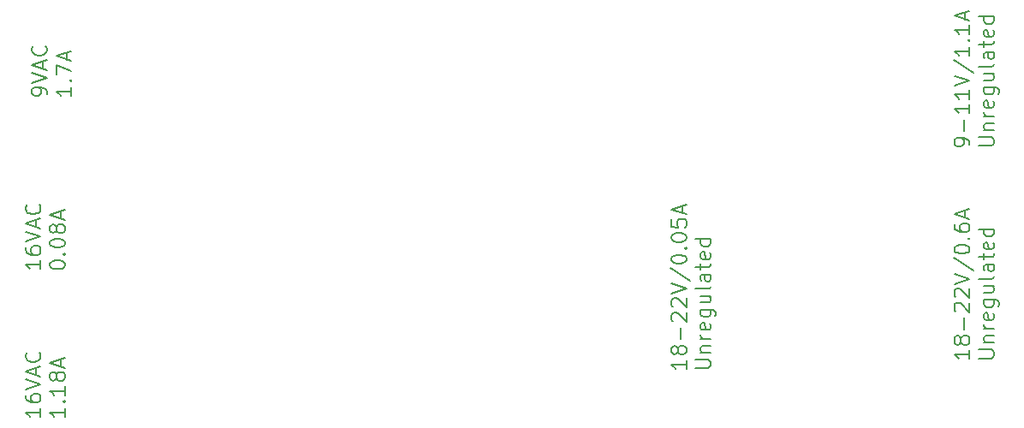
<source format=gbr>
G04 #@! TF.GenerationSoftware,KiCad,Pcbnew,(6.0.0)*
G04 #@! TF.CreationDate,2022-10-04T00:24:46+02:00*
G04 #@! TF.ProjectId,Input_filter,496e7075-745f-4666-996c-7465722e6b69,rev?*
G04 #@! TF.SameCoordinates,Original*
G04 #@! TF.FileFunction,Other,User*
%FSLAX46Y46*%
G04 Gerber Fmt 4.6, Leading zero omitted, Abs format (unit mm)*
G04 Created by KiCad (PCBNEW (6.0.0)) date 2022-10-04 00:24:46*
%MOMM*%
%LPD*%
G01*
G04 APERTURE LIST*
%ADD10C,0.200000*%
G04 APERTURE END LIST*
D10*
X195471071Y-98441428D02*
X195471071Y-98155714D01*
X195399642Y-98012857D01*
X195328214Y-97941428D01*
X195113928Y-97798571D01*
X194828214Y-97727142D01*
X194256785Y-97727142D01*
X194113928Y-97798571D01*
X194042500Y-97870000D01*
X193971071Y-98012857D01*
X193971071Y-98298571D01*
X194042500Y-98441428D01*
X194113928Y-98512857D01*
X194256785Y-98584285D01*
X194613928Y-98584285D01*
X194756785Y-98512857D01*
X194828214Y-98441428D01*
X194899642Y-98298571D01*
X194899642Y-98012857D01*
X194828214Y-97870000D01*
X194756785Y-97798571D01*
X194613928Y-97727142D01*
X194899642Y-97084285D02*
X194899642Y-95941428D01*
X195471071Y-94441428D02*
X195471071Y-95298571D01*
X195471071Y-94870000D02*
X193971071Y-94870000D01*
X194185357Y-95012857D01*
X194328214Y-95155714D01*
X194399642Y-95298571D01*
X195471071Y-93012857D02*
X195471071Y-93870000D01*
X195471071Y-93441428D02*
X193971071Y-93441428D01*
X194185357Y-93584285D01*
X194328214Y-93727142D01*
X194399642Y-93870000D01*
X193971071Y-92584285D02*
X195471071Y-92084285D01*
X193971071Y-91584285D01*
X193899642Y-90012857D02*
X195828214Y-91298571D01*
X195471071Y-88727142D02*
X195471071Y-89584285D01*
X195471071Y-89155714D02*
X193971071Y-89155714D01*
X194185357Y-89298571D01*
X194328214Y-89441428D01*
X194399642Y-89584285D01*
X195328214Y-88084285D02*
X195399642Y-88012857D01*
X195471071Y-88084285D01*
X195399642Y-88155714D01*
X195328214Y-88084285D01*
X195471071Y-88084285D01*
X195471071Y-86584285D02*
X195471071Y-87441428D01*
X195471071Y-87012857D02*
X193971071Y-87012857D01*
X194185357Y-87155714D01*
X194328214Y-87298571D01*
X194399642Y-87441428D01*
X195042500Y-86012857D02*
X195042500Y-85298571D01*
X195471071Y-86155714D02*
X193971071Y-85655714D01*
X195471071Y-85155714D01*
X196386071Y-98512857D02*
X197600357Y-98512857D01*
X197743214Y-98441428D01*
X197814642Y-98370000D01*
X197886071Y-98227142D01*
X197886071Y-97941428D01*
X197814642Y-97798571D01*
X197743214Y-97727142D01*
X197600357Y-97655714D01*
X196386071Y-97655714D01*
X196886071Y-96941428D02*
X197886071Y-96941428D01*
X197028928Y-96941428D02*
X196957500Y-96870000D01*
X196886071Y-96727142D01*
X196886071Y-96512857D01*
X196957500Y-96370000D01*
X197100357Y-96298571D01*
X197886071Y-96298571D01*
X197886071Y-95584285D02*
X196886071Y-95584285D01*
X197171785Y-95584285D02*
X197028928Y-95512857D01*
X196957500Y-95441428D01*
X196886071Y-95298571D01*
X196886071Y-95155714D01*
X197814642Y-94084285D02*
X197886071Y-94227142D01*
X197886071Y-94512857D01*
X197814642Y-94655714D01*
X197671785Y-94727142D01*
X197100357Y-94727142D01*
X196957500Y-94655714D01*
X196886071Y-94512857D01*
X196886071Y-94227142D01*
X196957500Y-94084285D01*
X197100357Y-94012857D01*
X197243214Y-94012857D01*
X197386071Y-94727142D01*
X196886071Y-92727142D02*
X198100357Y-92727142D01*
X198243214Y-92798571D01*
X198314642Y-92870000D01*
X198386071Y-93012857D01*
X198386071Y-93227142D01*
X198314642Y-93370000D01*
X197814642Y-92727142D02*
X197886071Y-92870000D01*
X197886071Y-93155714D01*
X197814642Y-93298571D01*
X197743214Y-93370000D01*
X197600357Y-93441428D01*
X197171785Y-93441428D01*
X197028928Y-93370000D01*
X196957500Y-93298571D01*
X196886071Y-93155714D01*
X196886071Y-92870000D01*
X196957500Y-92727142D01*
X196886071Y-91370000D02*
X197886071Y-91370000D01*
X196886071Y-92012857D02*
X197671785Y-92012857D01*
X197814642Y-91941428D01*
X197886071Y-91798571D01*
X197886071Y-91584285D01*
X197814642Y-91441428D01*
X197743214Y-91370000D01*
X197886071Y-90441428D02*
X197814642Y-90584285D01*
X197671785Y-90655714D01*
X196386071Y-90655714D01*
X197886071Y-89227142D02*
X197100357Y-89227142D01*
X196957500Y-89298571D01*
X196886071Y-89441428D01*
X196886071Y-89727142D01*
X196957500Y-89870000D01*
X197814642Y-89227142D02*
X197886071Y-89370000D01*
X197886071Y-89727142D01*
X197814642Y-89870000D01*
X197671785Y-89941428D01*
X197528928Y-89941428D01*
X197386071Y-89870000D01*
X197314642Y-89727142D01*
X197314642Y-89370000D01*
X197243214Y-89227142D01*
X196886071Y-88727142D02*
X196886071Y-88155714D01*
X196386071Y-88512857D02*
X197671785Y-88512857D01*
X197814642Y-88441428D01*
X197886071Y-88298571D01*
X197886071Y-88155714D01*
X197814642Y-87084285D02*
X197886071Y-87227142D01*
X197886071Y-87512857D01*
X197814642Y-87655714D01*
X197671785Y-87727142D01*
X197100357Y-87727142D01*
X196957500Y-87655714D01*
X196886071Y-87512857D01*
X196886071Y-87227142D01*
X196957500Y-87084285D01*
X197100357Y-87012857D01*
X197243214Y-87012857D01*
X197386071Y-87727142D01*
X197886071Y-85727142D02*
X196386071Y-85727142D01*
X197814642Y-85727142D02*
X197886071Y-85870000D01*
X197886071Y-86155714D01*
X197814642Y-86298571D01*
X197743214Y-86370000D01*
X197600357Y-86441428D01*
X197171785Y-86441428D01*
X197028928Y-86370000D01*
X196957500Y-86298571D01*
X196886071Y-86155714D01*
X196886071Y-85870000D01*
X196957500Y-85727142D01*
X167471071Y-119727142D02*
X167471071Y-120584285D01*
X167471071Y-120155714D02*
X165971071Y-120155714D01*
X166185357Y-120298571D01*
X166328214Y-120441428D01*
X166399642Y-120584285D01*
X166613928Y-118870000D02*
X166542500Y-119012857D01*
X166471071Y-119084285D01*
X166328214Y-119155714D01*
X166256785Y-119155714D01*
X166113928Y-119084285D01*
X166042500Y-119012857D01*
X165971071Y-118870000D01*
X165971071Y-118584285D01*
X166042500Y-118441428D01*
X166113928Y-118370000D01*
X166256785Y-118298571D01*
X166328214Y-118298571D01*
X166471071Y-118370000D01*
X166542500Y-118441428D01*
X166613928Y-118584285D01*
X166613928Y-118870000D01*
X166685357Y-119012857D01*
X166756785Y-119084285D01*
X166899642Y-119155714D01*
X167185357Y-119155714D01*
X167328214Y-119084285D01*
X167399642Y-119012857D01*
X167471071Y-118870000D01*
X167471071Y-118584285D01*
X167399642Y-118441428D01*
X167328214Y-118370000D01*
X167185357Y-118298571D01*
X166899642Y-118298571D01*
X166756785Y-118370000D01*
X166685357Y-118441428D01*
X166613928Y-118584285D01*
X166899642Y-117655714D02*
X166899642Y-116512857D01*
X166113928Y-115870000D02*
X166042500Y-115798571D01*
X165971071Y-115655714D01*
X165971071Y-115298571D01*
X166042500Y-115155714D01*
X166113928Y-115084285D01*
X166256785Y-115012857D01*
X166399642Y-115012857D01*
X166613928Y-115084285D01*
X167471071Y-115941428D01*
X167471071Y-115012857D01*
X166113928Y-114441428D02*
X166042500Y-114370000D01*
X165971071Y-114227142D01*
X165971071Y-113870000D01*
X166042500Y-113727142D01*
X166113928Y-113655714D01*
X166256785Y-113584285D01*
X166399642Y-113584285D01*
X166613928Y-113655714D01*
X167471071Y-114512857D01*
X167471071Y-113584285D01*
X165971071Y-113155714D02*
X167471071Y-112655714D01*
X165971071Y-112155714D01*
X165899642Y-110584285D02*
X167828214Y-111870000D01*
X165971071Y-109798571D02*
X165971071Y-109655714D01*
X166042500Y-109512857D01*
X166113928Y-109441428D01*
X166256785Y-109370000D01*
X166542500Y-109298571D01*
X166899642Y-109298571D01*
X167185357Y-109370000D01*
X167328214Y-109441428D01*
X167399642Y-109512857D01*
X167471071Y-109655714D01*
X167471071Y-109798571D01*
X167399642Y-109941428D01*
X167328214Y-110012857D01*
X167185357Y-110084285D01*
X166899642Y-110155714D01*
X166542500Y-110155714D01*
X166256785Y-110084285D01*
X166113928Y-110012857D01*
X166042500Y-109941428D01*
X165971071Y-109798571D01*
X167328214Y-108655714D02*
X167399642Y-108584285D01*
X167471071Y-108655714D01*
X167399642Y-108727142D01*
X167328214Y-108655714D01*
X167471071Y-108655714D01*
X165971071Y-107655714D02*
X165971071Y-107512857D01*
X166042500Y-107370000D01*
X166113928Y-107298571D01*
X166256785Y-107227142D01*
X166542500Y-107155714D01*
X166899642Y-107155714D01*
X167185357Y-107227142D01*
X167328214Y-107298571D01*
X167399642Y-107370000D01*
X167471071Y-107512857D01*
X167471071Y-107655714D01*
X167399642Y-107798571D01*
X167328214Y-107870000D01*
X167185357Y-107941428D01*
X166899642Y-108012857D01*
X166542500Y-108012857D01*
X166256785Y-107941428D01*
X166113928Y-107870000D01*
X166042500Y-107798571D01*
X165971071Y-107655714D01*
X165971071Y-105798571D02*
X165971071Y-106512857D01*
X166685357Y-106584285D01*
X166613928Y-106512857D01*
X166542500Y-106370000D01*
X166542500Y-106012857D01*
X166613928Y-105870000D01*
X166685357Y-105798571D01*
X166828214Y-105727142D01*
X167185357Y-105727142D01*
X167328214Y-105798571D01*
X167399642Y-105870000D01*
X167471071Y-106012857D01*
X167471071Y-106370000D01*
X167399642Y-106512857D01*
X167328214Y-106584285D01*
X167042500Y-105155714D02*
X167042500Y-104441428D01*
X167471071Y-105298571D02*
X165971071Y-104798571D01*
X167471071Y-104298571D01*
X168386071Y-120512857D02*
X169600357Y-120512857D01*
X169743214Y-120441428D01*
X169814642Y-120370000D01*
X169886071Y-120227142D01*
X169886071Y-119941428D01*
X169814642Y-119798571D01*
X169743214Y-119727142D01*
X169600357Y-119655714D01*
X168386071Y-119655714D01*
X168886071Y-118941428D02*
X169886071Y-118941428D01*
X169028928Y-118941428D02*
X168957500Y-118870000D01*
X168886071Y-118727142D01*
X168886071Y-118512857D01*
X168957500Y-118370000D01*
X169100357Y-118298571D01*
X169886071Y-118298571D01*
X169886071Y-117584285D02*
X168886071Y-117584285D01*
X169171785Y-117584285D02*
X169028928Y-117512857D01*
X168957500Y-117441428D01*
X168886071Y-117298571D01*
X168886071Y-117155714D01*
X169814642Y-116084285D02*
X169886071Y-116227142D01*
X169886071Y-116512857D01*
X169814642Y-116655714D01*
X169671785Y-116727142D01*
X169100357Y-116727142D01*
X168957500Y-116655714D01*
X168886071Y-116512857D01*
X168886071Y-116227142D01*
X168957500Y-116084285D01*
X169100357Y-116012857D01*
X169243214Y-116012857D01*
X169386071Y-116727142D01*
X168886071Y-114727142D02*
X170100357Y-114727142D01*
X170243214Y-114798571D01*
X170314642Y-114870000D01*
X170386071Y-115012857D01*
X170386071Y-115227142D01*
X170314642Y-115370000D01*
X169814642Y-114727142D02*
X169886071Y-114870000D01*
X169886071Y-115155714D01*
X169814642Y-115298571D01*
X169743214Y-115370000D01*
X169600357Y-115441428D01*
X169171785Y-115441428D01*
X169028928Y-115370000D01*
X168957500Y-115298571D01*
X168886071Y-115155714D01*
X168886071Y-114870000D01*
X168957500Y-114727142D01*
X168886071Y-113370000D02*
X169886071Y-113370000D01*
X168886071Y-114012857D02*
X169671785Y-114012857D01*
X169814642Y-113941428D01*
X169886071Y-113798571D01*
X169886071Y-113584285D01*
X169814642Y-113441428D01*
X169743214Y-113370000D01*
X169886071Y-112441428D02*
X169814642Y-112584285D01*
X169671785Y-112655714D01*
X168386071Y-112655714D01*
X169886071Y-111227142D02*
X169100357Y-111227142D01*
X168957500Y-111298571D01*
X168886071Y-111441428D01*
X168886071Y-111727142D01*
X168957500Y-111870000D01*
X169814642Y-111227142D02*
X169886071Y-111370000D01*
X169886071Y-111727142D01*
X169814642Y-111870000D01*
X169671785Y-111941428D01*
X169528928Y-111941428D01*
X169386071Y-111870000D01*
X169314642Y-111727142D01*
X169314642Y-111370000D01*
X169243214Y-111227142D01*
X168886071Y-110727142D02*
X168886071Y-110155714D01*
X168386071Y-110512857D02*
X169671785Y-110512857D01*
X169814642Y-110441428D01*
X169886071Y-110298571D01*
X169886071Y-110155714D01*
X169814642Y-109084285D02*
X169886071Y-109227142D01*
X169886071Y-109512857D01*
X169814642Y-109655714D01*
X169671785Y-109727142D01*
X169100357Y-109727142D01*
X168957500Y-109655714D01*
X168886071Y-109512857D01*
X168886071Y-109227142D01*
X168957500Y-109084285D01*
X169100357Y-109012857D01*
X169243214Y-109012857D01*
X169386071Y-109727142D01*
X169886071Y-107727142D02*
X168386071Y-107727142D01*
X169814642Y-107727142D02*
X169886071Y-107870000D01*
X169886071Y-108155714D01*
X169814642Y-108298571D01*
X169743214Y-108370000D01*
X169600357Y-108441428D01*
X169171785Y-108441428D01*
X169028928Y-108370000D01*
X168957500Y-108298571D01*
X168886071Y-108155714D01*
X168886071Y-107870000D01*
X168957500Y-107727142D01*
X195471071Y-118742142D02*
X195471071Y-119599285D01*
X195471071Y-119170714D02*
X193971071Y-119170714D01*
X194185357Y-119313571D01*
X194328214Y-119456428D01*
X194399642Y-119599285D01*
X194613928Y-117885000D02*
X194542500Y-118027857D01*
X194471071Y-118099285D01*
X194328214Y-118170714D01*
X194256785Y-118170714D01*
X194113928Y-118099285D01*
X194042500Y-118027857D01*
X193971071Y-117885000D01*
X193971071Y-117599285D01*
X194042500Y-117456428D01*
X194113928Y-117385000D01*
X194256785Y-117313571D01*
X194328214Y-117313571D01*
X194471071Y-117385000D01*
X194542500Y-117456428D01*
X194613928Y-117599285D01*
X194613928Y-117885000D01*
X194685357Y-118027857D01*
X194756785Y-118099285D01*
X194899642Y-118170714D01*
X195185357Y-118170714D01*
X195328214Y-118099285D01*
X195399642Y-118027857D01*
X195471071Y-117885000D01*
X195471071Y-117599285D01*
X195399642Y-117456428D01*
X195328214Y-117385000D01*
X195185357Y-117313571D01*
X194899642Y-117313571D01*
X194756785Y-117385000D01*
X194685357Y-117456428D01*
X194613928Y-117599285D01*
X194899642Y-116670714D02*
X194899642Y-115527857D01*
X194113928Y-114885000D02*
X194042500Y-114813571D01*
X193971071Y-114670714D01*
X193971071Y-114313571D01*
X194042500Y-114170714D01*
X194113928Y-114099285D01*
X194256785Y-114027857D01*
X194399642Y-114027857D01*
X194613928Y-114099285D01*
X195471071Y-114956428D01*
X195471071Y-114027857D01*
X194113928Y-113456428D02*
X194042500Y-113385000D01*
X193971071Y-113242142D01*
X193971071Y-112885000D01*
X194042500Y-112742142D01*
X194113928Y-112670714D01*
X194256785Y-112599285D01*
X194399642Y-112599285D01*
X194613928Y-112670714D01*
X195471071Y-113527857D01*
X195471071Y-112599285D01*
X193971071Y-112170714D02*
X195471071Y-111670714D01*
X193971071Y-111170714D01*
X193899642Y-109599285D02*
X195828214Y-110885000D01*
X193971071Y-108813571D02*
X193971071Y-108670714D01*
X194042500Y-108527857D01*
X194113928Y-108456428D01*
X194256785Y-108385000D01*
X194542500Y-108313571D01*
X194899642Y-108313571D01*
X195185357Y-108385000D01*
X195328214Y-108456428D01*
X195399642Y-108527857D01*
X195471071Y-108670714D01*
X195471071Y-108813571D01*
X195399642Y-108956428D01*
X195328214Y-109027857D01*
X195185357Y-109099285D01*
X194899642Y-109170714D01*
X194542500Y-109170714D01*
X194256785Y-109099285D01*
X194113928Y-109027857D01*
X194042500Y-108956428D01*
X193971071Y-108813571D01*
X195328214Y-107670714D02*
X195399642Y-107599285D01*
X195471071Y-107670714D01*
X195399642Y-107742142D01*
X195328214Y-107670714D01*
X195471071Y-107670714D01*
X193971071Y-106313571D02*
X193971071Y-106599285D01*
X194042500Y-106742142D01*
X194113928Y-106813571D01*
X194328214Y-106956428D01*
X194613928Y-107027857D01*
X195185357Y-107027857D01*
X195328214Y-106956428D01*
X195399642Y-106885000D01*
X195471071Y-106742142D01*
X195471071Y-106456428D01*
X195399642Y-106313571D01*
X195328214Y-106242142D01*
X195185357Y-106170714D01*
X194828214Y-106170714D01*
X194685357Y-106242142D01*
X194613928Y-106313571D01*
X194542500Y-106456428D01*
X194542500Y-106742142D01*
X194613928Y-106885000D01*
X194685357Y-106956428D01*
X194828214Y-107027857D01*
X195042500Y-105599285D02*
X195042500Y-104885000D01*
X195471071Y-105742142D02*
X193971071Y-105242142D01*
X195471071Y-104742142D01*
X196386071Y-119527857D02*
X197600357Y-119527857D01*
X197743214Y-119456428D01*
X197814642Y-119385000D01*
X197886071Y-119242142D01*
X197886071Y-118956428D01*
X197814642Y-118813571D01*
X197743214Y-118742142D01*
X197600357Y-118670714D01*
X196386071Y-118670714D01*
X196886071Y-117956428D02*
X197886071Y-117956428D01*
X197028928Y-117956428D02*
X196957500Y-117885000D01*
X196886071Y-117742142D01*
X196886071Y-117527857D01*
X196957500Y-117385000D01*
X197100357Y-117313571D01*
X197886071Y-117313571D01*
X197886071Y-116599285D02*
X196886071Y-116599285D01*
X197171785Y-116599285D02*
X197028928Y-116527857D01*
X196957500Y-116456428D01*
X196886071Y-116313571D01*
X196886071Y-116170714D01*
X197814642Y-115099285D02*
X197886071Y-115242142D01*
X197886071Y-115527857D01*
X197814642Y-115670714D01*
X197671785Y-115742142D01*
X197100357Y-115742142D01*
X196957500Y-115670714D01*
X196886071Y-115527857D01*
X196886071Y-115242142D01*
X196957500Y-115099285D01*
X197100357Y-115027857D01*
X197243214Y-115027857D01*
X197386071Y-115742142D01*
X196886071Y-113742142D02*
X198100357Y-113742142D01*
X198243214Y-113813571D01*
X198314642Y-113885000D01*
X198386071Y-114027857D01*
X198386071Y-114242142D01*
X198314642Y-114385000D01*
X197814642Y-113742142D02*
X197886071Y-113885000D01*
X197886071Y-114170714D01*
X197814642Y-114313571D01*
X197743214Y-114385000D01*
X197600357Y-114456428D01*
X197171785Y-114456428D01*
X197028928Y-114385000D01*
X196957500Y-114313571D01*
X196886071Y-114170714D01*
X196886071Y-113885000D01*
X196957500Y-113742142D01*
X196886071Y-112385000D02*
X197886071Y-112385000D01*
X196886071Y-113027857D02*
X197671785Y-113027857D01*
X197814642Y-112956428D01*
X197886071Y-112813571D01*
X197886071Y-112599285D01*
X197814642Y-112456428D01*
X197743214Y-112385000D01*
X197886071Y-111456428D02*
X197814642Y-111599285D01*
X197671785Y-111670714D01*
X196386071Y-111670714D01*
X197886071Y-110242142D02*
X197100357Y-110242142D01*
X196957500Y-110313571D01*
X196886071Y-110456428D01*
X196886071Y-110742142D01*
X196957500Y-110885000D01*
X197814642Y-110242142D02*
X197886071Y-110385000D01*
X197886071Y-110742142D01*
X197814642Y-110885000D01*
X197671785Y-110956428D01*
X197528928Y-110956428D01*
X197386071Y-110885000D01*
X197314642Y-110742142D01*
X197314642Y-110385000D01*
X197243214Y-110242142D01*
X196886071Y-109742142D02*
X196886071Y-109170714D01*
X196386071Y-109527857D02*
X197671785Y-109527857D01*
X197814642Y-109456428D01*
X197886071Y-109313571D01*
X197886071Y-109170714D01*
X197814642Y-108099285D02*
X197886071Y-108242142D01*
X197886071Y-108527857D01*
X197814642Y-108670714D01*
X197671785Y-108742142D01*
X197100357Y-108742142D01*
X196957500Y-108670714D01*
X196886071Y-108527857D01*
X196886071Y-108242142D01*
X196957500Y-108099285D01*
X197100357Y-108027857D01*
X197243214Y-108027857D01*
X197386071Y-108742142D01*
X197886071Y-106742142D02*
X196386071Y-106742142D01*
X197814642Y-106742142D02*
X197886071Y-106885000D01*
X197886071Y-107170714D01*
X197814642Y-107313571D01*
X197743214Y-107385000D01*
X197600357Y-107456428D01*
X197171785Y-107456428D01*
X197028928Y-107385000D01*
X196957500Y-107313571D01*
X196886071Y-107170714D01*
X196886071Y-106885000D01*
X196957500Y-106742142D01*
X104246071Y-93421428D02*
X104246071Y-93135714D01*
X104174642Y-92992857D01*
X104103214Y-92921428D01*
X103888928Y-92778571D01*
X103603214Y-92707142D01*
X103031785Y-92707142D01*
X102888928Y-92778571D01*
X102817500Y-92850000D01*
X102746071Y-92992857D01*
X102746071Y-93278571D01*
X102817500Y-93421428D01*
X102888928Y-93492857D01*
X103031785Y-93564285D01*
X103388928Y-93564285D01*
X103531785Y-93492857D01*
X103603214Y-93421428D01*
X103674642Y-93278571D01*
X103674642Y-92992857D01*
X103603214Y-92850000D01*
X103531785Y-92778571D01*
X103388928Y-92707142D01*
X102746071Y-92278571D02*
X104246071Y-91778571D01*
X102746071Y-91278571D01*
X103817500Y-90850000D02*
X103817500Y-90135714D01*
X104246071Y-90992857D02*
X102746071Y-90492857D01*
X104246071Y-89992857D01*
X104103214Y-88635714D02*
X104174642Y-88707142D01*
X104246071Y-88921428D01*
X104246071Y-89064285D01*
X104174642Y-89278571D01*
X104031785Y-89421428D01*
X103888928Y-89492857D01*
X103603214Y-89564285D01*
X103388928Y-89564285D01*
X103103214Y-89492857D01*
X102960357Y-89421428D01*
X102817500Y-89278571D01*
X102746071Y-89064285D01*
X102746071Y-88921428D01*
X102817500Y-88707142D01*
X102888928Y-88635714D01*
X106661071Y-92707142D02*
X106661071Y-93564285D01*
X106661071Y-93135714D02*
X105161071Y-93135714D01*
X105375357Y-93278571D01*
X105518214Y-93421428D01*
X105589642Y-93564285D01*
X106518214Y-92064285D02*
X106589642Y-91992857D01*
X106661071Y-92064285D01*
X106589642Y-92135714D01*
X106518214Y-92064285D01*
X106661071Y-92064285D01*
X105161071Y-91492857D02*
X105161071Y-90492857D01*
X106661071Y-91135714D01*
X106232500Y-89992857D02*
X106232500Y-89278571D01*
X106661071Y-90135714D02*
X105161071Y-89635714D01*
X106661071Y-89135714D01*
X103611071Y-109852142D02*
X103611071Y-110709285D01*
X103611071Y-110280714D02*
X102111071Y-110280714D01*
X102325357Y-110423571D01*
X102468214Y-110566428D01*
X102539642Y-110709285D01*
X102111071Y-108566428D02*
X102111071Y-108852142D01*
X102182500Y-108995000D01*
X102253928Y-109066428D01*
X102468214Y-109209285D01*
X102753928Y-109280714D01*
X103325357Y-109280714D01*
X103468214Y-109209285D01*
X103539642Y-109137857D01*
X103611071Y-108995000D01*
X103611071Y-108709285D01*
X103539642Y-108566428D01*
X103468214Y-108495000D01*
X103325357Y-108423571D01*
X102968214Y-108423571D01*
X102825357Y-108495000D01*
X102753928Y-108566428D01*
X102682500Y-108709285D01*
X102682500Y-108995000D01*
X102753928Y-109137857D01*
X102825357Y-109209285D01*
X102968214Y-109280714D01*
X102111071Y-107995000D02*
X103611071Y-107495000D01*
X102111071Y-106995000D01*
X103182500Y-106566428D02*
X103182500Y-105852142D01*
X103611071Y-106709285D02*
X102111071Y-106209285D01*
X103611071Y-105709285D01*
X103468214Y-104352142D02*
X103539642Y-104423571D01*
X103611071Y-104637857D01*
X103611071Y-104780714D01*
X103539642Y-104995000D01*
X103396785Y-105137857D01*
X103253928Y-105209285D01*
X102968214Y-105280714D01*
X102753928Y-105280714D01*
X102468214Y-105209285D01*
X102325357Y-105137857D01*
X102182500Y-104995000D01*
X102111071Y-104780714D01*
X102111071Y-104637857D01*
X102182500Y-104423571D01*
X102253928Y-104352142D01*
X104526071Y-110352142D02*
X104526071Y-110209285D01*
X104597500Y-110066428D01*
X104668928Y-109995000D01*
X104811785Y-109923571D01*
X105097500Y-109852142D01*
X105454642Y-109852142D01*
X105740357Y-109923571D01*
X105883214Y-109995000D01*
X105954642Y-110066428D01*
X106026071Y-110209285D01*
X106026071Y-110352142D01*
X105954642Y-110495000D01*
X105883214Y-110566428D01*
X105740357Y-110637857D01*
X105454642Y-110709285D01*
X105097500Y-110709285D01*
X104811785Y-110637857D01*
X104668928Y-110566428D01*
X104597500Y-110495000D01*
X104526071Y-110352142D01*
X105883214Y-109209285D02*
X105954642Y-109137857D01*
X106026071Y-109209285D01*
X105954642Y-109280714D01*
X105883214Y-109209285D01*
X106026071Y-109209285D01*
X104526071Y-108209285D02*
X104526071Y-108066428D01*
X104597500Y-107923571D01*
X104668928Y-107852142D01*
X104811785Y-107780714D01*
X105097500Y-107709285D01*
X105454642Y-107709285D01*
X105740357Y-107780714D01*
X105883214Y-107852142D01*
X105954642Y-107923571D01*
X106026071Y-108066428D01*
X106026071Y-108209285D01*
X105954642Y-108352142D01*
X105883214Y-108423571D01*
X105740357Y-108495000D01*
X105454642Y-108566428D01*
X105097500Y-108566428D01*
X104811785Y-108495000D01*
X104668928Y-108423571D01*
X104597500Y-108352142D01*
X104526071Y-108209285D01*
X105168928Y-106852142D02*
X105097500Y-106995000D01*
X105026071Y-107066428D01*
X104883214Y-107137857D01*
X104811785Y-107137857D01*
X104668928Y-107066428D01*
X104597500Y-106995000D01*
X104526071Y-106852142D01*
X104526071Y-106566428D01*
X104597500Y-106423571D01*
X104668928Y-106352142D01*
X104811785Y-106280714D01*
X104883214Y-106280714D01*
X105026071Y-106352142D01*
X105097500Y-106423571D01*
X105168928Y-106566428D01*
X105168928Y-106852142D01*
X105240357Y-106995000D01*
X105311785Y-107066428D01*
X105454642Y-107137857D01*
X105740357Y-107137857D01*
X105883214Y-107066428D01*
X105954642Y-106995000D01*
X106026071Y-106852142D01*
X106026071Y-106566428D01*
X105954642Y-106423571D01*
X105883214Y-106352142D01*
X105740357Y-106280714D01*
X105454642Y-106280714D01*
X105311785Y-106352142D01*
X105240357Y-106423571D01*
X105168928Y-106566428D01*
X105597500Y-105709285D02*
X105597500Y-104995000D01*
X106026071Y-105852142D02*
X104526071Y-105352142D01*
X106026071Y-104852142D01*
X103611071Y-124457142D02*
X103611071Y-125314285D01*
X103611071Y-124885714D02*
X102111071Y-124885714D01*
X102325357Y-125028571D01*
X102468214Y-125171428D01*
X102539642Y-125314285D01*
X102111071Y-123171428D02*
X102111071Y-123457142D01*
X102182500Y-123600000D01*
X102253928Y-123671428D01*
X102468214Y-123814285D01*
X102753928Y-123885714D01*
X103325357Y-123885714D01*
X103468214Y-123814285D01*
X103539642Y-123742857D01*
X103611071Y-123600000D01*
X103611071Y-123314285D01*
X103539642Y-123171428D01*
X103468214Y-123100000D01*
X103325357Y-123028571D01*
X102968214Y-123028571D01*
X102825357Y-123100000D01*
X102753928Y-123171428D01*
X102682500Y-123314285D01*
X102682500Y-123600000D01*
X102753928Y-123742857D01*
X102825357Y-123814285D01*
X102968214Y-123885714D01*
X102111071Y-122600000D02*
X103611071Y-122100000D01*
X102111071Y-121600000D01*
X103182500Y-121171428D02*
X103182500Y-120457142D01*
X103611071Y-121314285D02*
X102111071Y-120814285D01*
X103611071Y-120314285D01*
X103468214Y-118957142D02*
X103539642Y-119028571D01*
X103611071Y-119242857D01*
X103611071Y-119385714D01*
X103539642Y-119600000D01*
X103396785Y-119742857D01*
X103253928Y-119814285D01*
X102968214Y-119885714D01*
X102753928Y-119885714D01*
X102468214Y-119814285D01*
X102325357Y-119742857D01*
X102182500Y-119600000D01*
X102111071Y-119385714D01*
X102111071Y-119242857D01*
X102182500Y-119028571D01*
X102253928Y-118957142D01*
X106026071Y-124457142D02*
X106026071Y-125314285D01*
X106026071Y-124885714D02*
X104526071Y-124885714D01*
X104740357Y-125028571D01*
X104883214Y-125171428D01*
X104954642Y-125314285D01*
X105883214Y-123814285D02*
X105954642Y-123742857D01*
X106026071Y-123814285D01*
X105954642Y-123885714D01*
X105883214Y-123814285D01*
X106026071Y-123814285D01*
X106026071Y-122314285D02*
X106026071Y-123171428D01*
X106026071Y-122742857D02*
X104526071Y-122742857D01*
X104740357Y-122885714D01*
X104883214Y-123028571D01*
X104954642Y-123171428D01*
X105168928Y-121457142D02*
X105097500Y-121600000D01*
X105026071Y-121671428D01*
X104883214Y-121742857D01*
X104811785Y-121742857D01*
X104668928Y-121671428D01*
X104597500Y-121600000D01*
X104526071Y-121457142D01*
X104526071Y-121171428D01*
X104597500Y-121028571D01*
X104668928Y-120957142D01*
X104811785Y-120885714D01*
X104883214Y-120885714D01*
X105026071Y-120957142D01*
X105097500Y-121028571D01*
X105168928Y-121171428D01*
X105168928Y-121457142D01*
X105240357Y-121600000D01*
X105311785Y-121671428D01*
X105454642Y-121742857D01*
X105740357Y-121742857D01*
X105883214Y-121671428D01*
X105954642Y-121600000D01*
X106026071Y-121457142D01*
X106026071Y-121171428D01*
X105954642Y-121028571D01*
X105883214Y-120957142D01*
X105740357Y-120885714D01*
X105454642Y-120885714D01*
X105311785Y-120957142D01*
X105240357Y-121028571D01*
X105168928Y-121171428D01*
X105597500Y-120314285D02*
X105597500Y-119600000D01*
X106026071Y-120457142D02*
X104526071Y-119957142D01*
X106026071Y-119457142D01*
M02*

</source>
